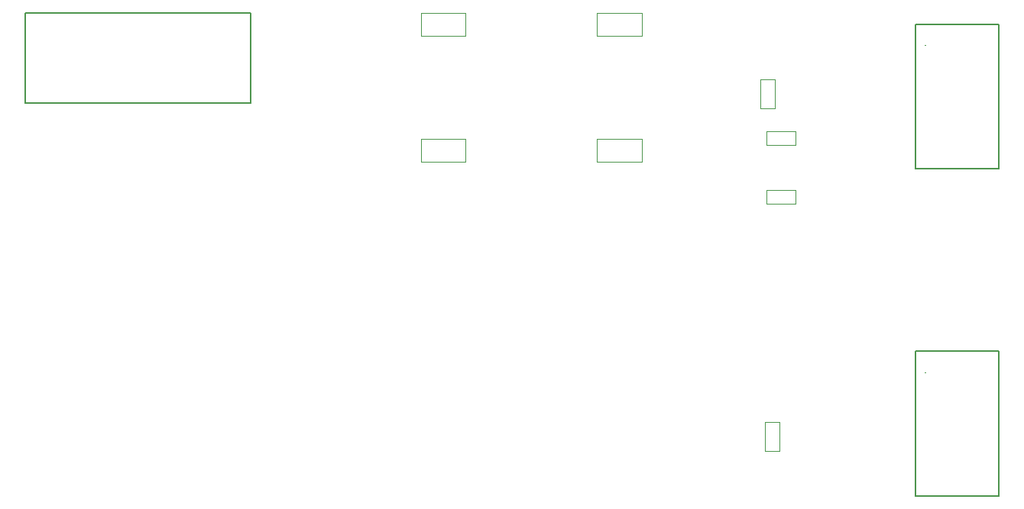
<source format=gm1>
G04*
G04 #@! TF.GenerationSoftware,Altium Limited,Altium Designer,20.0.11 (256)*
G04*
G04 Layer_Color=16711935*
%FSLAX25Y25*%
%MOIN*%
G70*
G01*
G75*
%ADD10C,0.00787*%
%ADD74C,0.00394*%
D10*
X398228Y260787D02*
X434449D01*
X398228Y197598D02*
X434449D01*
X398228D02*
Y197795D01*
X402559Y251634D02*
Y251693D01*
X398228Y260787D02*
X398228Y197598D01*
X434449D02*
Y260787D01*
X434508Y54721D02*
Y117910D01*
X398288D02*
X398288Y54721D01*
X402619Y108757D02*
Y108816D01*
X398288Y54721D02*
Y54918D01*
Y54721D02*
X434508D01*
X398288Y117910D02*
X434508D01*
X9843Y226378D02*
Y265748D01*
X108268D01*
X9843Y226378D02*
X108268D01*
Y265748D01*
D74*
X333268Y182272D02*
X345866D01*
X333268Y188375D02*
X345866D01*
Y182272D02*
Y188375D01*
X333268Y182272D02*
Y188375D01*
X338681Y74409D02*
Y87008D01*
X332579Y74409D02*
Y87008D01*
X338681D01*
X332579Y74409D02*
X338681D01*
X336713Y224016D02*
Y236614D01*
X330610Y224016D02*
Y236614D01*
X336713D01*
X330610Y224016D02*
X336713D01*
X333268Y207959D02*
X345866D01*
X333268Y214061D02*
X345866D01*
Y207959D02*
Y214061D01*
X333268Y207959D02*
Y214061D01*
X278780Y255827D02*
Y265827D01*
X259219Y255828D02*
Y265828D01*
X259291Y265827D02*
X278780D01*
X259291Y255827D02*
X278780D01*
X182362D02*
Y265827D01*
X201922Y255825D02*
Y265826D01*
X182362Y255827D02*
X201850D01*
X182362Y265827D02*
X201850D01*
X278780Y200709D02*
Y210709D01*
X259219Y200710D02*
Y210710D01*
X259291Y210709D02*
X278780D01*
X259291Y200709D02*
X278780D01*
X182362D02*
Y210709D01*
X201922Y200707D02*
Y210707D01*
X182362Y200709D02*
X201850D01*
X182362Y210709D02*
X201850D01*
M02*

</source>
